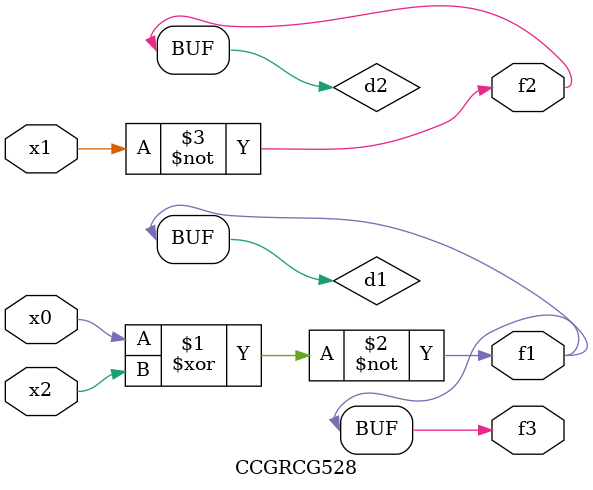
<source format=v>
module CCGRCG528(
	input x0, x1, x2,
	output f1, f2, f3
);

	wire d1, d2, d3;

	xnor (d1, x0, x2);
	nand (d2, x1);
	nor (d3, x1, x2);
	assign f1 = d1;
	assign f2 = d2;
	assign f3 = d1;
endmodule

</source>
